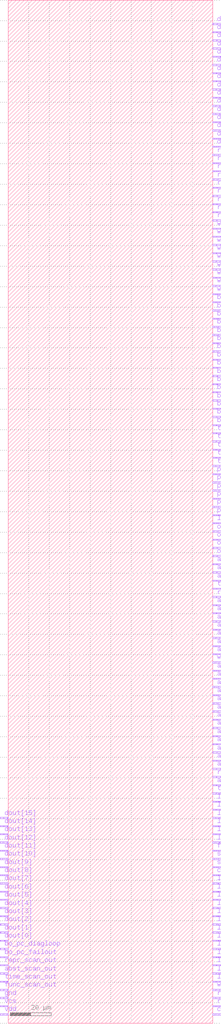
<source format=lef>
VERSION 5.7 ;
  NOWIREEXTENSIONATPIN ON ;
  DIVIDERCHAR "/" ;
  BUSBITCHARS "[]" ;
MACRO tri_512x16_1r1w_1
  CLASS BLOCK ;
  FOREIGN tri_512x16_1r1w_1 ;
  ORIGIN 0.000 0.000 ;
  SIZE 100.000 BY 500.000 ;
  PIN vdd
    DIRECTION INOUT ;
    USE SIGNAL ;
    PORT
      LAYER met3 ;
        RECT -4.000 4.000 0.000 4.600 ;
    END
  END vdd
  PIN vcs
    DIRECTION INOUT ;
    USE SIGNAL ;
    PORT
      LAYER met3 ;
        RECT -4.000 8.000 0.000 8.600 ;
    END
  END vcs
  PIN gnd
    DIRECTION INOUT ;
    USE SIGNAL ;
    PORT
      LAYER met3 ;
        RECT -4.000 12.000 0.000 12.600 ;
    END
  END gnd
  PIN clk
    DIRECTION INPUT ;
    USE SIGNAL ;
    PORT
      LAYER met3 ;
        RECT 100.000 4.000 104.000 4.600 ;
    END
  END clk
  PIN rst
    DIRECTION INPUT ;
    USE SIGNAL ;
    PORT
      LAYER met3 ;
        RECT 100.000 8.000 104.000 8.600 ;
    END
  END rst
  PIN rd_act
    DIRECTION INPUT ;
    USE SIGNAL ;
    PORT
      LAYER met3 ;
        RECT 100.000 12.000 104.000 12.600 ;
    END
  END rd_act
  PIN wr_act
    DIRECTION INPUT ;
    USE SIGNAL ;
    PORT
      LAYER met3 ;
        RECT 100.000 16.000 104.000 16.600 ;
    END
  END wr_act
  PIN lcb_d_mode_dc
    DIRECTION INPUT ;
    USE SIGNAL ;
    PORT
      LAYER met3 ;
        RECT 100.000 20.000 104.000 20.600 ;
    END
  END lcb_d_mode_dc
  PIN lcb_clkoff_dc_b
    DIRECTION INPUT ;
    USE SIGNAL ;
    PORT
      LAYER met3 ;
        RECT 100.000 24.000 104.000 24.600 ;
    END
  END lcb_clkoff_dc_b
  PIN lcb_mpw1_dc_b[0]
    DIRECTION INPUT ;
    USE SIGNAL ;
    PORT
      LAYER met3 ;
        RECT 100.000 28.000 104.000 28.600 ;
    END
  END lcb_mpw1_dc_b[0]
  PIN lcb_mpw1_dc_b[1]
    DIRECTION INPUT ;
    USE SIGNAL ;
    PORT
      LAYER met3 ;
        RECT 100.000 32.000 104.000 32.600 ;
    END
  END lcb_mpw1_dc_b[1]
  PIN lcb_mpw1_dc_b[2]
    DIRECTION INPUT ;
    USE SIGNAL ;
    PORT
      LAYER met3 ;
        RECT 100.000 36.000 104.000 36.600 ;
    END
  END lcb_mpw1_dc_b[2]
  PIN lcb_mpw1_dc_b[3]
    DIRECTION INPUT ;
    USE SIGNAL ;
    PORT
      LAYER met3 ;
        RECT 100.000 40.000 104.000 40.600 ;
    END
  END lcb_mpw1_dc_b[3]
  PIN lcb_mpw1_dc_b[4]
    DIRECTION INPUT ;
    USE SIGNAL ;
    PORT
      LAYER met3 ;
        RECT 100.000 44.000 104.000 44.600 ;
    END
  END lcb_mpw1_dc_b[4]
  PIN lcb_mpw2_dc_b
    DIRECTION INPUT ;
    USE SIGNAL ;
    PORT
      LAYER met3 ;
        RECT 100.000 48.000 104.000 48.600 ;
    END
  END lcb_mpw2_dc_b
  PIN lcb_delay_lclkr_dc[0]
    DIRECTION INPUT ;
    USE SIGNAL ;
    PORT
      LAYER met3 ;
        RECT 100.000 52.000 104.000 52.600 ;
    END
  END lcb_delay_lclkr_dc[0]
  PIN lcb_delay_lclkr_dc[1]
    DIRECTION INPUT ;
    USE SIGNAL ;
    PORT
      LAYER met3 ;
        RECT 100.000 56.000 104.000 56.600 ;
    END
  END lcb_delay_lclkr_dc[1]
  PIN lcb_delay_lclkr_dc[2]
    DIRECTION INPUT ;
    USE SIGNAL ;
    PORT
      LAYER met3 ;
        RECT 100.000 60.000 104.000 60.600 ;
    END
  END lcb_delay_lclkr_dc[2]
  PIN lcb_delay_lclkr_dc[3]
    DIRECTION INPUT ;
    USE SIGNAL ;
    PORT
      LAYER met3 ;
        RECT 100.000 64.000 104.000 64.600 ;
    END
  END lcb_delay_lclkr_dc[3]
  PIN lcb_delay_lclkr_dc[4]
    DIRECTION INPUT ;
    USE SIGNAL ;
    PORT
      LAYER met3 ;
        RECT 100.000 68.000 104.000 68.600 ;
    END
  END lcb_delay_lclkr_dc[4]
  PIN ccflush_dc
    DIRECTION INPUT ;
    USE SIGNAL ;
    PORT
      LAYER met3 ;
        RECT 100.000 72.000 104.000 72.600 ;
    END
  END ccflush_dc
  PIN scan_dis_dc_b
    DIRECTION INPUT ;
    USE SIGNAL ;
    PORT
      LAYER met3 ;
        RECT 100.000 76.000 104.000 76.600 ;
    END
  END scan_dis_dc_b
  PIN scan_diag_dc
    DIRECTION INPUT ;
    USE SIGNAL ;
    PORT
      LAYER met3 ;
        RECT 100.000 80.000 104.000 80.600 ;
    END
  END scan_diag_dc
  PIN func_scan_in
    DIRECTION INPUT ;
    USE SIGNAL ;
    PORT
      LAYER met3 ;
        RECT 100.000 84.000 104.000 84.600 ;
    END
  END func_scan_in
  PIN func_scan_out
    DIRECTION OUTPUT TRISTATE ;
    USE SIGNAL ;
    PORT
      LAYER met3 ;
        RECT -4.000 16.000 0.000 16.600 ;
    END
  END func_scan_out
  PIN lcb_sg_0
    DIRECTION INPUT ;
    USE SIGNAL ;
    PORT
      LAYER met3 ;
        RECT 100.000 88.000 104.000 88.600 ;
    END
  END lcb_sg_0
  PIN lcb_sl_thold_0_b
    DIRECTION INPUT ;
    USE SIGNAL ;
    PORT
      LAYER met3 ;
        RECT 100.000 92.000 104.000 92.600 ;
    END
  END lcb_sl_thold_0_b
  PIN lcb_time_sl_thold_0
    DIRECTION INPUT ;
    USE SIGNAL ;
    PORT
      LAYER met3 ;
        RECT 100.000 96.000 104.000 96.600 ;
    END
  END lcb_time_sl_thold_0
  PIN lcb_abst_sl_thold_0
    DIRECTION INPUT ;
    USE SIGNAL ;
    PORT
      LAYER met3 ;
        RECT 100.000 100.000 104.000 100.600 ;
    END
  END lcb_abst_sl_thold_0
  PIN lcb_ary_nsl_thold_0
    DIRECTION INPUT ;
    USE SIGNAL ;
    PORT
      LAYER met3 ;
        RECT 100.000 104.000 104.000 104.600 ;
    END
  END lcb_ary_nsl_thold_0
  PIN lcb_repr_sl_thold_0
    DIRECTION INPUT ;
    USE SIGNAL ;
    PORT
      LAYER met3 ;
        RECT 100.000 108.000 104.000 108.600 ;
    END
  END lcb_repr_sl_thold_0
  PIN time_scan_in
    DIRECTION INPUT ;
    USE SIGNAL ;
    PORT
      LAYER met3 ;
        RECT 100.000 112.000 104.000 112.600 ;
    END
  END time_scan_in
  PIN time_scan_out
    DIRECTION OUTPUT TRISTATE ;
    USE SIGNAL ;
    PORT
      LAYER met3 ;
        RECT -4.000 20.000 0.000 20.600 ;
    END
  END time_scan_out
  PIN abst_scan_in
    DIRECTION INPUT ;
    USE SIGNAL ;
    PORT
      LAYER met3 ;
        RECT 100.000 116.000 104.000 116.600 ;
    END
  END abst_scan_in
  PIN abst_scan_out
    DIRECTION OUTPUT TRISTATE ;
    USE SIGNAL ;
    PORT
      LAYER met3 ;
        RECT -4.000 24.000 0.000 24.600 ;
    END
  END abst_scan_out
  PIN repr_scan_in
    DIRECTION INPUT ;
    USE SIGNAL ;
    PORT
      LAYER met3 ;
        RECT 100.000 120.000 104.000 120.600 ;
    END
  END repr_scan_in
  PIN repr_scan_out
    DIRECTION OUTPUT TRISTATE ;
    USE SIGNAL ;
    PORT
      LAYER met3 ;
        RECT -4.000 28.000 0.000 28.600 ;
    END
  END repr_scan_out
  PIN abist_di[0]
    DIRECTION INPUT ;
    USE SIGNAL ;
    PORT
      LAYER met3 ;
        RECT 100.000 124.000 104.000 124.600 ;
    END
  END abist_di[0]
  PIN abist_di[1]
    DIRECTION INPUT ;
    USE SIGNAL ;
    PORT
      LAYER met3 ;
        RECT 100.000 128.000 104.000 128.600 ;
    END
  END abist_di[1]
  PIN abist_di[2]
    DIRECTION INPUT ;
    USE SIGNAL ;
    PORT
      LAYER met3 ;
        RECT 100.000 132.000 104.000 132.600 ;
    END
  END abist_di[2]
  PIN abist_di[3]
    DIRECTION INPUT ;
    USE SIGNAL ;
    PORT
      LAYER met3 ;
        RECT 100.000 136.000 104.000 136.600 ;
    END
  END abist_di[3]
  PIN abist_bw_odd
    DIRECTION INPUT ;
    USE SIGNAL ;
    PORT
      LAYER met3 ;
        RECT 100.000 140.000 104.000 140.600 ;
    END
  END abist_bw_odd
  PIN abist_bw_even
    DIRECTION INPUT ;
    USE SIGNAL ;
    PORT
      LAYER met3 ;
        RECT 100.000 144.000 104.000 144.600 ;
    END
  END abist_bw_even
  PIN abist_wr_adr[0]
    DIRECTION INPUT ;
    USE SIGNAL ;
    PORT
      LAYER met3 ;
        RECT 100.000 148.000 104.000 148.600 ;
    END
  END abist_wr_adr[0]
  PIN abist_wr_adr[1]
    DIRECTION INPUT ;
    USE SIGNAL ;
    PORT
      LAYER met3 ;
        RECT 100.000 152.000 104.000 152.600 ;
    END
  END abist_wr_adr[1]
  PIN abist_wr_adr[2]
    DIRECTION INPUT ;
    USE SIGNAL ;
    PORT
      LAYER met3 ;
        RECT 100.000 156.000 104.000 156.600 ;
    END
  END abist_wr_adr[2]
  PIN abist_wr_adr[3]
    DIRECTION INPUT ;
    USE SIGNAL ;
    PORT
      LAYER met3 ;
        RECT 100.000 160.000 104.000 160.600 ;
    END
  END abist_wr_adr[3]
  PIN abist_wr_adr[4]
    DIRECTION INPUT ;
    USE SIGNAL ;
    PORT
      LAYER met3 ;
        RECT 100.000 164.000 104.000 164.600 ;
    END
  END abist_wr_adr[4]
  PIN abist_wr_adr[5]
    DIRECTION INPUT ;
    USE SIGNAL ;
    PORT
      LAYER met3 ;
        RECT 100.000 168.000 104.000 168.600 ;
    END
  END abist_wr_adr[5]
  PIN abist_wr_adr[6]
    DIRECTION INPUT ;
    USE SIGNAL ;
    PORT
      LAYER met3 ;
        RECT 100.000 172.000 104.000 172.600 ;
    END
  END abist_wr_adr[6]
  PIN wr_abst_act
    DIRECTION INPUT ;
    USE SIGNAL ;
    PORT
      LAYER met3 ;
        RECT 100.000 176.000 104.000 176.600 ;
    END
  END wr_abst_act
  PIN abist_rd0_adr[0]
    DIRECTION INPUT ;
    USE SIGNAL ;
    PORT
      LAYER met3 ;
        RECT 100.000 180.000 104.000 180.600 ;
    END
  END abist_rd0_adr[0]
  PIN abist_rd0_adr[1]
    DIRECTION INPUT ;
    USE SIGNAL ;
    PORT
      LAYER met3 ;
        RECT 100.000 184.000 104.000 184.600 ;
    END
  END abist_rd0_adr[1]
  PIN abist_rd0_adr[2]
    DIRECTION INPUT ;
    USE SIGNAL ;
    PORT
      LAYER met3 ;
        RECT 100.000 188.000 104.000 188.600 ;
    END
  END abist_rd0_adr[2]
  PIN abist_rd0_adr[3]
    DIRECTION INPUT ;
    USE SIGNAL ;
    PORT
      LAYER met3 ;
        RECT 100.000 192.000 104.000 192.600 ;
    END
  END abist_rd0_adr[3]
  PIN abist_rd0_adr[4]
    DIRECTION INPUT ;
    USE SIGNAL ;
    PORT
      LAYER met3 ;
        RECT 100.000 196.000 104.000 196.600 ;
    END
  END abist_rd0_adr[4]
  PIN abist_rd0_adr[5]
    DIRECTION INPUT ;
    USE SIGNAL ;
    PORT
      LAYER met3 ;
        RECT 100.000 200.000 104.000 200.600 ;
    END
  END abist_rd0_adr[5]
  PIN abist_rd0_adr[6]
    DIRECTION INPUT ;
    USE SIGNAL ;
    PORT
      LAYER met3 ;
        RECT 100.000 204.000 104.000 204.600 ;
    END
  END abist_rd0_adr[6]
  PIN rd0_abst_act
    DIRECTION INPUT ;
    USE SIGNAL ;
    PORT
      LAYER met3 ;
        RECT 100.000 208.000 104.000 208.600 ;
    END
  END rd0_abst_act
  PIN tc_lbist_ary_wrt_thru_dc
    DIRECTION INPUT ;
    USE SIGNAL ;
    PORT
      LAYER met3 ;
        RECT 100.000 212.000 104.000 212.600 ;
    END
  END tc_lbist_ary_wrt_thru_dc
  PIN abist_ena_1
    DIRECTION INPUT ;
    USE SIGNAL ;
    PORT
      LAYER met3 ;
        RECT 100.000 216.000 104.000 216.600 ;
    END
  END abist_ena_1
  PIN abist_g8t_rd0_comp_ena
    DIRECTION INPUT ;
    USE SIGNAL ;
    PORT
      LAYER met3 ;
        RECT 100.000 220.000 104.000 220.600 ;
    END
  END abist_g8t_rd0_comp_ena
  PIN abist_raw_dc_b
    DIRECTION INPUT ;
    USE SIGNAL ;
    PORT
      LAYER met3 ;
        RECT 100.000 224.000 104.000 224.600 ;
    END
  END abist_raw_dc_b
  PIN obs0_abist_cmp[0]
    DIRECTION INPUT ;
    USE SIGNAL ;
    PORT
      LAYER met3 ;
        RECT 100.000 228.000 104.000 228.600 ;
    END
  END obs0_abist_cmp[0]
  PIN obs0_abist_cmp[1]
    DIRECTION INPUT ;
    USE SIGNAL ;
    PORT
      LAYER met3 ;
        RECT 100.000 232.000 104.000 232.600 ;
    END
  END obs0_abist_cmp[1]
  PIN obs0_abist_cmp[2]
    DIRECTION INPUT ;
    USE SIGNAL ;
    PORT
      LAYER met3 ;
        RECT 100.000 236.000 104.000 236.600 ;
    END
  END obs0_abist_cmp[2]
  PIN obs0_abist_cmp[3]
    DIRECTION INPUT ;
    USE SIGNAL ;
    PORT
      LAYER met3 ;
        RECT 100.000 240.000 104.000 240.600 ;
    END
  END obs0_abist_cmp[3]
  PIN lcb_bolt_sl_thold_0
    DIRECTION INPUT ;
    USE SIGNAL ;
    PORT
      LAYER met3 ;
        RECT 100.000 244.000 104.000 244.600 ;
    END
  END lcb_bolt_sl_thold_0
  PIN pc_bo_enable_2
    DIRECTION INPUT ;
    USE SIGNAL ;
    PORT
      LAYER met3 ;
        RECT 100.000 248.000 104.000 248.600 ;
    END
  END pc_bo_enable_2
  PIN pc_bo_reset
    DIRECTION INPUT ;
    USE SIGNAL ;
    PORT
      LAYER met3 ;
        RECT 100.000 252.000 104.000 252.600 ;
    END
  END pc_bo_reset
  PIN pc_bo_unload
    DIRECTION INPUT ;
    USE SIGNAL ;
    PORT
      LAYER met3 ;
        RECT 100.000 256.000 104.000 256.600 ;
    END
  END pc_bo_unload
  PIN pc_bo_repair
    DIRECTION INPUT ;
    USE SIGNAL ;
    PORT
      LAYER met3 ;
        RECT 100.000 260.000 104.000 260.600 ;
    END
  END pc_bo_repair
  PIN pc_bo_shdata
    DIRECTION INPUT ;
    USE SIGNAL ;
    PORT
      LAYER met3 ;
        RECT 100.000 264.000 104.000 264.600 ;
    END
  END pc_bo_shdata
  PIN pc_bo_select
    DIRECTION INPUT ;
    USE SIGNAL ;
    PORT
      LAYER met3 ;
        RECT 100.000 268.000 104.000 268.600 ;
    END
  END pc_bo_select
  PIN bo_pc_failout
    DIRECTION OUTPUT TRISTATE ;
    USE SIGNAL ;
    PORT
      LAYER met3 ;
        RECT -4.000 32.000 0.000 32.600 ;
    END
  END bo_pc_failout
  PIN bo_pc_diagloop
    DIRECTION OUTPUT TRISTATE ;
    USE SIGNAL ;
    PORT
      LAYER met3 ;
        RECT -4.000 36.000 0.000 36.600 ;
    END
  END bo_pc_diagloop
  PIN tri_lcb_mpw1_dc_b
    DIRECTION INPUT ;
    USE SIGNAL ;
    PORT
      LAYER met3 ;
        RECT 100.000 272.000 104.000 272.600 ;
    END
  END tri_lcb_mpw1_dc_b
  PIN tri_lcb_mpw2_dc_b
    DIRECTION INPUT ;
    USE SIGNAL ;
    PORT
      LAYER met3 ;
        RECT 100.000 276.000 104.000 276.600 ;
    END
  END tri_lcb_mpw2_dc_b
  PIN tri_lcb_delay_lclkr_dc
    DIRECTION INPUT ;
    USE SIGNAL ;
    PORT
      LAYER met3 ;
        RECT 100.000 280.000 104.000 280.600 ;
    END
  END tri_lcb_delay_lclkr_dc
  PIN tri_lcb_clkoff_dc_b
    DIRECTION INPUT ;
    USE SIGNAL ;
    PORT
      LAYER met3 ;
        RECT 100.000 284.000 104.000 284.600 ;
    END
  END tri_lcb_clkoff_dc_b
  PIN tri_lcb_act_dis_dc
    DIRECTION INPUT ;
    USE SIGNAL ;
    PORT
      LAYER met3 ;
        RECT 100.000 288.000 104.000 288.600 ;
    END
  END tri_lcb_act_dis_dc
  PIN bw[0]
    DIRECTION INPUT ;
    USE SIGNAL ;
    PORT
      LAYER met3 ;
        RECT 100.000 292.000 104.000 292.600 ;
    END
  END bw[0]
  PIN bw[1]
    DIRECTION INPUT ;
    USE SIGNAL ;
    PORT
      LAYER met3 ;
        RECT 100.000 296.000 104.000 296.600 ;
    END
  END bw[1]
  PIN bw[2]
    DIRECTION INPUT ;
    USE SIGNAL ;
    PORT
      LAYER met3 ;
        RECT 100.000 300.000 104.000 300.600 ;
    END
  END bw[2]
  PIN bw[3]
    DIRECTION INPUT ;
    USE SIGNAL ;
    PORT
      LAYER met3 ;
        RECT 100.000 304.000 104.000 304.600 ;
    END
  END bw[3]
  PIN bw[4]
    DIRECTION INPUT ;
    USE SIGNAL ;
    PORT
      LAYER met3 ;
        RECT 100.000 308.000 104.000 308.600 ;
    END
  END bw[4]
  PIN bw[5]
    DIRECTION INPUT ;
    USE SIGNAL ;
    PORT
      LAYER met3 ;
        RECT 100.000 312.000 104.000 312.600 ;
    END
  END bw[5]
  PIN bw[6]
    DIRECTION INPUT ;
    USE SIGNAL ;
    PORT
      LAYER met3 ;
        RECT 100.000 316.000 104.000 316.600 ;
    END
  END bw[6]
  PIN bw[7]
    DIRECTION INPUT ;
    USE SIGNAL ;
    PORT
      LAYER met3 ;
        RECT 100.000 320.000 104.000 320.600 ;
    END
  END bw[7]
  PIN bw[8]
    DIRECTION INPUT ;
    USE SIGNAL ;
    PORT
      LAYER met3 ;
        RECT 100.000 324.000 104.000 324.600 ;
    END
  END bw[8]
  PIN bw[9]
    DIRECTION INPUT ;
    USE SIGNAL ;
    PORT
      LAYER met3 ;
        RECT 100.000 328.000 104.000 328.600 ;
    END
  END bw[9]
  PIN bw[10]
    DIRECTION INPUT ;
    USE SIGNAL ;
    PORT
      LAYER met3 ;
        RECT 100.000 332.000 104.000 332.600 ;
    END
  END bw[10]
  PIN bw[11]
    DIRECTION INPUT ;
    USE SIGNAL ;
    PORT
      LAYER met3 ;
        RECT 100.000 336.000 104.000 336.600 ;
    END
  END bw[11]
  PIN bw[12]
    DIRECTION INPUT ;
    USE SIGNAL ;
    PORT
      LAYER met3 ;
        RECT 100.000 340.000 104.000 340.600 ;
    END
  END bw[12]
  PIN bw[13]
    DIRECTION INPUT ;
    USE SIGNAL ;
    PORT
      LAYER met3 ;
        RECT 100.000 344.000 104.000 344.600 ;
    END
  END bw[13]
  PIN bw[14]
    DIRECTION INPUT ;
    USE SIGNAL ;
    PORT
      LAYER met3 ;
        RECT 100.000 348.000 104.000 348.600 ;
    END
  END bw[14]
  PIN bw[15]
    DIRECTION INPUT ;
    USE SIGNAL ;
    PORT
      LAYER met3 ;
        RECT 100.000 352.000 104.000 352.600 ;
    END
  END bw[15]
  PIN wr_adr[0]
    DIRECTION INPUT ;
    USE SIGNAL ;
    PORT
      LAYER met3 ;
        RECT 100.000 356.000 104.000 356.600 ;
    END
  END wr_adr[0]
  PIN wr_adr[1]
    DIRECTION INPUT ;
    USE SIGNAL ;
    PORT
      LAYER met3 ;
        RECT 100.000 360.000 104.000 360.600 ;
    END
  END wr_adr[1]
  PIN wr_adr[2]
    DIRECTION INPUT ;
    USE SIGNAL ;
    PORT
      LAYER met3 ;
        RECT 100.000 364.000 104.000 364.600 ;
    END
  END wr_adr[2]
  PIN wr_adr[3]
    DIRECTION INPUT ;
    USE SIGNAL ;
    PORT
      LAYER met3 ;
        RECT 100.000 368.000 104.000 368.600 ;
    END
  END wr_adr[3]
  PIN wr_adr[4]
    DIRECTION INPUT ;
    USE SIGNAL ;
    PORT
      LAYER met3 ;
        RECT 100.000 372.000 104.000 372.600 ;
    END
  END wr_adr[4]
  PIN wr_adr[5]
    DIRECTION INPUT ;
    USE SIGNAL ;
    PORT
      LAYER met3 ;
        RECT 100.000 376.000 104.000 376.600 ;
    END
  END wr_adr[5]
  PIN wr_adr[6]
    DIRECTION INPUT ;
    USE SIGNAL ;
    PORT
      LAYER met3 ;
        RECT 100.000 380.000 104.000 380.600 ;
    END
  END wr_adr[6]
  PIN wr_adr[7]
    DIRECTION INPUT ;
    USE SIGNAL ;
    PORT
      LAYER met3 ;
        RECT 100.000 384.000 104.000 384.600 ;
    END
  END wr_adr[7]
  PIN wr_adr[8]
    DIRECTION INPUT ;
    USE SIGNAL ;
    PORT
      LAYER met3 ;
        RECT 100.000 388.000 104.000 388.600 ;
    END
  END wr_adr[8]
  PIN rd_adr[0]
    DIRECTION INPUT ;
    USE SIGNAL ;
    PORT
      LAYER met3 ;
        RECT 100.000 392.000 104.000 392.600 ;
    END
  END rd_adr[0]
  PIN rd_adr[1]
    DIRECTION INPUT ;
    USE SIGNAL ;
    PORT
      LAYER met3 ;
        RECT 100.000 396.000 104.000 396.600 ;
    END
  END rd_adr[1]
  PIN rd_adr[2]
    DIRECTION INPUT ;
    USE SIGNAL ;
    PORT
      LAYER met3 ;
        RECT 100.000 400.000 104.000 400.600 ;
    END
  END rd_adr[2]
  PIN rd_adr[3]
    DIRECTION INPUT ;
    USE SIGNAL ;
    PORT
      LAYER met3 ;
        RECT 100.000 404.000 104.000 404.600 ;
    END
  END rd_adr[3]
  PIN rd_adr[4]
    DIRECTION INPUT ;
    USE SIGNAL ;
    PORT
      LAYER met3 ;
        RECT 100.000 408.000 104.000 408.600 ;
    END
  END rd_adr[4]
  PIN rd_adr[5]
    DIRECTION INPUT ;
    USE SIGNAL ;
    PORT
      LAYER met3 ;
        RECT 100.000 412.000 104.000 412.600 ;
    END
  END rd_adr[5]
  PIN rd_adr[6]
    DIRECTION INPUT ;
    USE SIGNAL ;
    PORT
      LAYER met3 ;
        RECT 100.000 416.000 104.000 416.600 ;
    END
  END rd_adr[6]
  PIN rd_adr[7]
    DIRECTION INPUT ;
    USE SIGNAL ;
    PORT
      LAYER met3 ;
        RECT 100.000 420.000 104.000 420.600 ;
    END
  END rd_adr[7]
  PIN rd_adr[8]
    DIRECTION INPUT ;
    USE SIGNAL ;
    PORT
      LAYER met3 ;
        RECT 100.000 424.000 104.000 424.600 ;
    END
  END rd_adr[8]
  PIN di[0]
    DIRECTION INPUT ;
    USE SIGNAL ;
    PORT
      LAYER met3 ;
        RECT 100.000 428.000 104.000 428.600 ;
    END
  END di[0]
  PIN di[1]
    DIRECTION INPUT ;
    USE SIGNAL ;
    PORT
      LAYER met3 ;
        RECT 100.000 432.000 104.000 432.600 ;
    END
  END di[1]
  PIN di[2]
    DIRECTION INPUT ;
    USE SIGNAL ;
    PORT
      LAYER met3 ;
        RECT 100.000 436.000 104.000 436.600 ;
    END
  END di[2]
  PIN di[3]
    DIRECTION INPUT ;
    USE SIGNAL ;
    PORT
      LAYER met3 ;
        RECT 100.000 440.000 104.000 440.600 ;
    END
  END di[3]
  PIN di[4]
    DIRECTION INPUT ;
    USE SIGNAL ;
    PORT
      LAYER met3 ;
        RECT 100.000 444.000 104.000 444.600 ;
    END
  END di[4]
  PIN di[5]
    DIRECTION INPUT ;
    USE SIGNAL ;
    PORT
      LAYER met3 ;
        RECT 100.000 448.000 104.000 448.600 ;
    END
  END di[5]
  PIN di[6]
    DIRECTION INPUT ;
    USE SIGNAL ;
    PORT
      LAYER met3 ;
        RECT 100.000 452.000 104.000 452.600 ;
    END
  END di[6]
  PIN di[7]
    DIRECTION INPUT ;
    USE SIGNAL ;
    PORT
      LAYER met3 ;
        RECT 100.000 456.000 104.000 456.600 ;
    END
  END di[7]
  PIN di[8]
    DIRECTION INPUT ;
    USE SIGNAL ;
    PORT
      LAYER met3 ;
        RECT 100.000 460.000 104.000 460.600 ;
    END
  END di[8]
  PIN di[9]
    DIRECTION INPUT ;
    USE SIGNAL ;
    PORT
      LAYER met3 ;
        RECT 100.000 464.000 104.000 464.600 ;
    END
  END di[9]
  PIN di[10]
    DIRECTION INPUT ;
    USE SIGNAL ;
    PORT
      LAYER met3 ;
        RECT 100.000 468.000 104.000 468.600 ;
    END
  END di[10]
  PIN di[11]
    DIRECTION INPUT ;
    USE SIGNAL ;
    PORT
      LAYER met3 ;
        RECT 100.000 472.000 104.000 472.600 ;
    END
  END di[11]
  PIN di[12]
    DIRECTION INPUT ;
    USE SIGNAL ;
    PORT
      LAYER met3 ;
        RECT 100.000 476.000 104.000 476.600 ;
    END
  END di[12]
  PIN di[13]
    DIRECTION INPUT ;
    USE SIGNAL ;
    PORT
      LAYER met3 ;
        RECT 100.000 480.000 104.000 480.600 ;
    END
  END di[13]
  PIN di[14]
    DIRECTION INPUT ;
    USE SIGNAL ;
    PORT
      LAYER met3 ;
        RECT 100.000 484.000 104.000 484.600 ;
    END
  END di[14]
  PIN di[15]
    DIRECTION INPUT ;
    USE SIGNAL ;
    PORT
      LAYER met3 ;
        RECT 100.000 488.000 104.000 488.600 ;
    END
  END di[15]
  PIN dout[0]
    DIRECTION OUTPUT TRISTATE ;
    USE SIGNAL ;
    PORT
      LAYER met3 ;
        RECT -4.000 40.000 0.000 40.600 ;
    END
  END dout[0]
  PIN dout[1]
    DIRECTION OUTPUT TRISTATE ;
    USE SIGNAL ;
    PORT
      LAYER met3 ;
        RECT -4.000 44.000 0.000 44.600 ;
    END
  END dout[1]
  PIN dout[2]
    DIRECTION OUTPUT TRISTATE ;
    USE SIGNAL ;
    PORT
      LAYER met3 ;
        RECT -4.000 48.000 0.000 48.600 ;
    END
  END dout[2]
  PIN dout[3]
    DIRECTION OUTPUT TRISTATE ;
    USE SIGNAL ;
    PORT
      LAYER met3 ;
        RECT -4.000 52.000 0.000 52.600 ;
    END
  END dout[3]
  PIN dout[4]
    DIRECTION OUTPUT TRISTATE ;
    USE SIGNAL ;
    PORT
      LAYER met3 ;
        RECT -4.000 56.000 0.000 56.600 ;
    END
  END dout[4]
  PIN dout[5]
    DIRECTION OUTPUT TRISTATE ;
    USE SIGNAL ;
    PORT
      LAYER met3 ;
        RECT -4.000 60.000 0.000 60.600 ;
    END
  END dout[5]
  PIN dout[6]
    DIRECTION OUTPUT TRISTATE ;
    USE SIGNAL ;
    PORT
      LAYER met3 ;
        RECT -4.000 64.000 0.000 64.600 ;
    END
  END dout[6]
  PIN dout[7]
    DIRECTION OUTPUT TRISTATE ;
    USE SIGNAL ;
    PORT
      LAYER met3 ;
        RECT -4.000 68.000 0.000 68.600 ;
    END
  END dout[7]
  PIN dout[8]
    DIRECTION OUTPUT TRISTATE ;
    USE SIGNAL ;
    PORT
      LAYER met3 ;
        RECT -4.000 72.000 0.000 72.600 ;
    END
  END dout[8]
  PIN dout[9]
    DIRECTION OUTPUT TRISTATE ;
    USE SIGNAL ;
    PORT
      LAYER met3 ;
        RECT -4.000 76.000 0.000 76.600 ;
    END
  END dout[9]
  PIN dout[10]
    DIRECTION OUTPUT TRISTATE ;
    USE SIGNAL ;
    PORT
      LAYER met3 ;
        RECT -4.000 80.000 0.000 80.600 ;
    END
  END dout[10]
  PIN dout[11]
    DIRECTION OUTPUT TRISTATE ;
    USE SIGNAL ;
    PORT
      LAYER met3 ;
        RECT -4.000 84.000 0.000 84.600 ;
    END
  END dout[11]
  PIN dout[12]
    DIRECTION OUTPUT TRISTATE ;
    USE SIGNAL ;
    PORT
      LAYER met3 ;
        RECT -4.000 88.000 0.000 88.600 ;
    END
  END dout[12]
  PIN dout[13]
    DIRECTION OUTPUT TRISTATE ;
    USE SIGNAL ;
    PORT
      LAYER met3 ;
        RECT -4.000 92.000 0.000 92.600 ;
    END
  END dout[13]
  PIN dout[14]
    DIRECTION OUTPUT TRISTATE ;
    USE SIGNAL ;
    PORT
      LAYER met3 ;
        RECT -4.000 96.000 0.000 96.600 ;
    END
  END dout[14]
  PIN dout[15]
    DIRECTION OUTPUT TRISTATE ;
    USE SIGNAL ;
    PORT
      LAYER met3 ;
        RECT -4.000 100.000 0.000 100.600 ;
    END
  END dout[15]
END tri_512x16_1r1w_1
END LIBRARY


</source>
